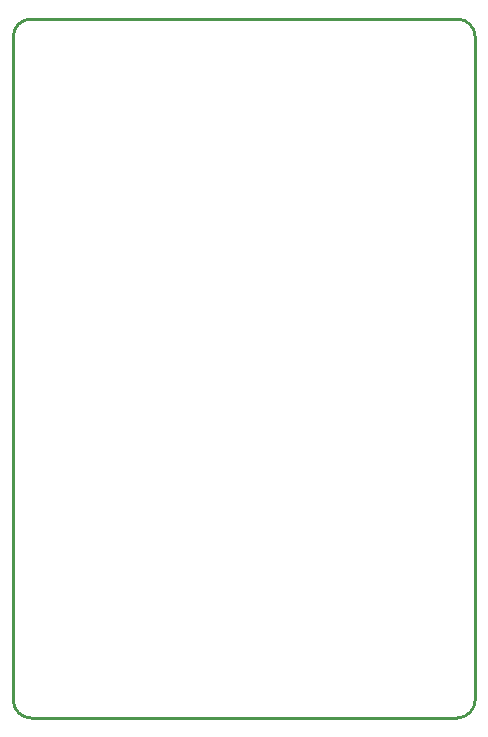
<source format=gko>
G04*
G04 #@! TF.GenerationSoftware,Altium Limited,Altium Designer,24.5.2 (23)*
G04*
G04 Layer_Color=16711935*
%FSLAX44Y44*%
%MOMM*%
G71*
G04*
G04 #@! TF.SameCoordinates,E433FD67-1584-4B15-B20B-D7A4E77B4FCA*
G04*
G04*
G04 #@! TF.FilePolarity,Positive*
G04*
G01*
G75*
%ADD15C,0.2540*%
D15*
X1661160Y1047750D02*
G03*
X1645920Y1062990I-15240J0D01*
G01*
Y471170D02*
G03*
X1661160Y486410I0J15240D01*
G01*
X1285240Y1062990D02*
G03*
X1270000Y1047750I0J-15240D01*
G01*
Y486410D02*
G03*
X1285240Y471170I15240J0D01*
G01*
X1645920D01*
X1285240Y1062990D02*
X1645920D01*
X1661160Y486410D02*
Y1047750D01*
X1270000Y486410D02*
Y1047750D01*
M02*

</source>
